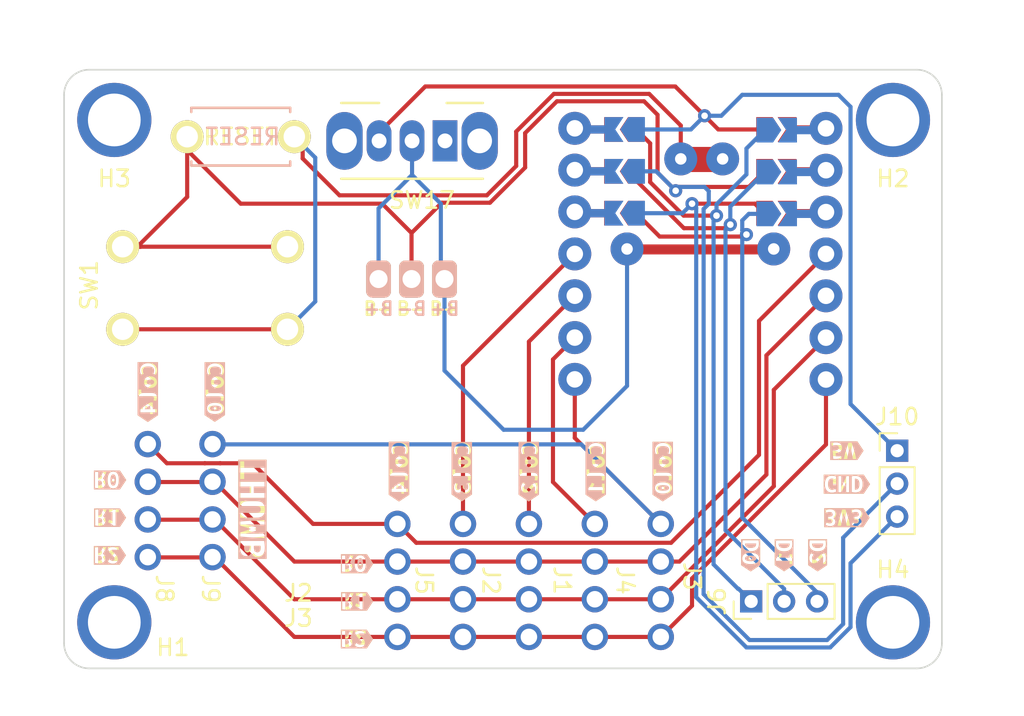
<source format=kicad_pcb>
(kicad_pcb (version 20211014) (generator pcbnew)
  (layers (0 "F.Cu" signal) (31 "B.Cu" signal) (34 "B.Paste" user) (35 "F.Paste" user) (36 "B.SilkS" user "B.Silkscreen") (37 "F.SilkS" user "F.Silkscreen") (38 "B.Mask" user) (39 "F.Mask" user) (44 "Edge.Cuts" user))
  (net 0 "")
  (net 1 "col2")
  (net 2 "row_0")
  (net 3 "row_1")
  (net 4 "row_2")
  (net 5 "col3")
  (net 6 "col0")
  (net 7 "col1")
  (net 8 "col4")
  (net 9 "D0")
  (net 10 "D1")
  (net 11 "D2")
  (net 12 "BAT+")
  (net 13 "GND")
  (net 14 "RST")
  (net 16 "+5V")
  (net 17 "+3V3")
  (footprint "Alaa:4THT" (layer "F.Cu") (at 111.654 66.04 -90)
    (fp_text reference "J5" (at 0 -1.63 -90 unlocked) (layer "F.SilkS"))
    (fp_text value "Conn_01x04_Female")
    (pad "1" thru_hole circle (at -3.432 -0.01 270) (size 1.6 1.6) (drill 1) (layers *.Cu *.Mask) (net 8 "col4"))
    (pad "2" thru_hole circle (at -1.146 -0.01 270) (size 1.6 1.6) (drill 1) (layers *.Cu *.Mask) (net 2 "row_0"))
    (pad "3" thru_hole circle (at 1.14 -0.01 270) (size 1.6 1.6) (drill 1) (layers *.Cu *.Mask) (net 3 "row_1"))
    (pad "4" thru_hole circle (at 3.426 -0.01 270) (size 1.6 1.6) (drill 1) (layers *.Cu *.Mask) (net 4 "row_2"))
  )
  (footprint "kibuzzard-6399CBBA" (layer "F.Cu") (at 123.698 59.436 -90)
    (fp_text reference "kibuzzard-6399CBBA" hide)
    (fp_text value "G***" hide)
  )
  (footprint "kibuzzard-6399CA1D" (layer "F.Cu") (at 109.22 65.024)
    (fp_text reference "kibuzzard-6399CA1D" hide)
    (fp_text value "G***" hide)
  )
  (footprint "kibuzzard-6399CA47" (layer "F.Cu") (at 94.234 62.23)
    (fp_text reference "kibuzzard-6399CA47" hide)
    (fp_text value "G***" hide)
  )
  (footprint "Alaa:4THT" (layer "F.Cu") (at 100.436843 61.197995 -90)
    (fp_text reference "J9" (at 5.350005 0.106843 -90 unlocked) (layer "F.SilkS"))
    (fp_text value "Conn_01x04_Female")
    (pad "1" thru_hole circle (at -3.432 -0.01 270) (size 1.6 1.6) (drill 1) (layers *.Cu *.Mask) (net 6 "col0"))
    (pad "2" thru_hole circle (at -1.146 -0.01 270) (size 1.6 1.6) (drill 1) (layers *.Cu *.Mask) (net 2 "row_0"))
    (pad "3" thru_hole circle (at 1.14 -0.01 270) (size 1.6 1.6) (drill 1) (layers *.Cu *.Mask) (net 3 "row_1"))
    (pad "4" thru_hole circle (at 3.426 -0.01 270) (size 1.6 1.6) (drill 1) (layers *.Cu *.Mask) (net 4 "row_2"))
  )
  (footprint "Alaa:4THT" (layer "F.Cu") (at 115.634 66.04 -90)
    (fp_text reference "J2" (at 0 -1.714 -90 unlocked) (layer "F.SilkS"))
    (fp_text value "Conn_01x04_Female")
    (pad "1" thru_hole circle (at -3.432 -0.01 270) (size 1.6 1.6) (drill 1) (layers *.Cu *.Mask) (net 5 "col3"))
    (pad "2" thru_hole circle (at -1.146 -0.01 270) (size 1.6 1.6) (drill 1) (layers *.Cu *.Mask) (net 2 "row_0"))
    (pad "3" thru_hole circle (at 1.14 -0.01 270) (size 1.6 1.6) (drill 1) (layers *.Cu *.Mask) (net 3 "row_1"))
    (pad "4" thru_hole circle (at 3.426 -0.01 270) (size 1.6 1.6) (drill 1) (layers *.Cu *.Mask) (net 4 "row_2"))
  )
  (footprint "Alaa:MountingHole_M3" (layer "F.Cu") (at 141.732 68.58)
    (fp_text reference "H4" (at 0 -3.2) (layer "F.SilkS"))
    (fp_text value "MountingHole_Pad")
    (pad "1" thru_hole circle (at 0 0) (size 4.5 4.5) (drill 3.2) (layers *.Cu *.Mask))
  )
  (footprint "kibuzzard-6399CBD2" (layer "F.Cu") (at 115.57 59.436 -90)
    (fp_text reference "kibuzzard-6399CBD2" hide)
    (fp_text value "G***" hide)
  )
  (footprint "kibuzzard-6399DE15" (layer "F.Cu") (at 138.938 60.198)
    (fp_text reference "kibuzzard-6399DE15" hide)
    (fp_text value "G***" hide)
  )
  (footprint "kibuzzard-6399CB9D" (layer "F.Cu") (at 127.762 59.436 -90)
    (fp_text reference "kibuzzard-6399CB9D" hide)
    (fp_text value "G***" hide)
  )
  (footprint "kibuzzard-6399CB9D" (layer "F.Cu") (at 100.584 54.61 -90)
    (fp_text reference "kibuzzard-6399CB9D" hide)
    (fp_text value "G***" hide)
  )
  (footprint "Alaa:4THT" (layer "F.Cu") (at 119.634 66.04 -90)
    (fp_text reference "J1" (at 0 -2.032 -90 unlocked) (layer "F.SilkS"))
    (fp_text value "Conn_01x04_Female")
    (pad "1" thru_hole circle (at -3.432 -0.01 270) (size 1.6 1.6) (drill 1) (layers *.Cu *.Mask) (net 1 "col2"))
    (pad "2" thru_hole circle (at -1.146 -0.01 270) (size 1.6 1.6) (drill 1) (layers *.Cu *.Mask) (net 2 "row_0"))
    (pad "3" thru_hole circle (at 1.14 -0.01 270) (size 1.6 1.6) (drill 1) (layers *.Cu *.Mask) (net 3 "row_1"))
    (pad "4" thru_hole circle (at 3.426 -0.01 270) (size 1.6 1.6) (drill 1) (layers *.Cu *.Mask) (net 4 "row_2"))
  )
  (footprint "Alaa:MountingHole_M3" (layer "F.Cu") (at 94.488 38.1)
    (fp_text reference "H3" (at 0 3.556) (layer "F.SilkS"))
    (fp_text value "MountingHole_Pad")
    (pad "1" thru_hole circle (at 0 0) (size 4.5 4.5) (drill 3.2) (layers *.Cu *.Mask))
  )
  (footprint "kibuzzard-6399CBC9" (layer "F.Cu") (at 119.634 59.436 -90)
    (fp_text reference "kibuzzard-6399CBC9" hide)
    (fp_text value "G***" hide)
  )
  (footprint "Alaa:reset_10x10mm" (layer "F.Cu") (at 94.996 47.62 90)
    (fp_text reference "SW1" (at -0.508 -2.032 90 unlocked) (layer "F.SilkS"))
    (fp_text value "SW_Push")
    (pad "1" thru_hole circle (at -3.18 0 90) (size 2 2) (drill 1.3) (layers *.Cu *.Mask "F.SilkS") (net 14 "RST"))
    (pad "1" thru_hole circle (at -3.18 10 90) (size 2 2) (drill 1.3) (layers *.Cu *.Mask "F.SilkS") (net 14 "RST"))
    (pad "2" thru_hole circle (at 1.83 10 90) (size 2 2) (drill 1.3) (layers *.Cu *.Mask "F.SilkS") (net 13 "GND"))
    (pad "2" thru_hole circle (at 1.83 0 90) (size 2 2) (drill 1.3) (layers *.Cu *.Mask "F.SilkS") (net 13 "GND"))
  )
  (footprint "Connector_PinHeader_2.00mm:PinHeader_1x03_P2.00mm_Vertical" (layer "F.Cu") (at 141.986 58.166)
    (fp_text reference "J10" (at 0 -2.06) (layer "F.SilkS"))
    (fp_text value "Conn_01x03_Female")
    (pad "1" thru_hole rect (at 0 0) (size 1.35 1.35) (drill 0.8) (layers *.Cu *.Mask) (net 16 "+5V"))
    (pad "2" thru_hole oval (at 0 2) (size 1.35 1.35) (drill 0.8) (layers *.Cu *.Mask) (net 13 "GND"))
    (pad "3" thru_hole oval (at 0 4) (size 1.35 1.35) (drill 0.8) (layers *.Cu *.Mask) (net 17 "+3V3"))
  )
  (footprint "Alaa:SW_CuK_OS102011MA1QN1_SPDT_Angled" (layer "F.Cu") (at 114.554 39.37 180)
    (fp_text reference "SW17" (at 1.4 -3.6) (layer "F.SilkS"))
    (fp_text value "SW_SPDT")
    (pad "" thru_hole oval (at -2.1 0 180) (size 2.2 3.5) (drill 1.5) (layers *.Cu *.Mask))
    (pad "" thru_hole oval (at 6.1 0 180) (size 2.2 3.5) (drill 1.5) (layers *.Cu *.Mask))
    (pad "1" thru_hole rect (at 0 0 180) (size 1.5 2.5) (drill 0.9) (layers *.Cu *.Mask))
    (pad "2" thru_hole oval (at 2 0 180) (size 1.5 2.5) (drill 0.9) (layers *.Cu *.Mask) (net 12 "BAT+"))
    (pad "3" thru_hole oval (at 4 0 180) (size 1.5 2.5) (drill 0.9) (layers *.Cu *.Mask) (net 16 "+5V"))
  )
  (footprint "Alaa:4THT" (layer "F.Cu") (at 127.634 66.04 -90)
    (fp_text reference "J3" (at -0.254 -1.906 -90 unlocked) (layer "F.SilkS"))
    (fp_text value "Conn_01x04_Female")
    (pad "1" thru_hole circle (at -3.432 -0.01 270) (size 1.6 1.6) (drill 1) (layers *.Cu *.Mask) (net 6 "col0"))
    (pad "2" thru_hole circle (at -1.146 -0.01 270) (size 1.6 1.6) (drill 1) (layers *.Cu *.Mask) (net 2 "row_0"))
    (pad "3" thru_hole circle (at 1.14 -0.01 270) (size 1.6 1.6) (drill 1) (layers *.Cu *.Mask) (net 3 "row_1"))
    (pad "4" thru_hole circle (at 3.426 -0.01 270) (size 1.6 1.6) (drill 1) (layers *.Cu *.Mask) (net 4 "row_2"))
  )
  (footprint "Connector_PinHeader_2.00mm:PinHeader_1x03_P2.00mm_Vertical" (layer "F.Cu") (at 133.128 67.31 90)
    (fp_text reference "J6" (at 0 -2.06 90) (layer "F.SilkS"))
    (fp_text value "Conn_01x03_Female")
    (pad "1" thru_hole rect (at 0 0 90) (size 1.35 1.35) (drill 0.8) (layers *.Cu *.Mask) (net 9 "D0"))
    (pad "2" thru_hole oval (at 0 2 90) (size 1.35 1.35) (drill 0.8) (layers *.Cu *.Mask) (net 10 "D1"))
    (pad "3" thru_hole oval (at 0 4 90) (size 1.35 1.35) (drill 0.8) (layers *.Cu *.Mask) (net 11 "D2"))
  )
  (footprint "kibuzzard-6399CBDB" (layer "F.Cu") (at 111.76 59.436 -90)
    (fp_text reference "kibuzzard-6399CBDB" hide)
    (fp_text value "G***" hide)
  )
  (footprint "kibuzzard-6399CA4F" (layer "F.Cu") (at 94.224359 64.516)
    (fp_text reference "kibuzzard-6399CA4F" hide)
    (fp_text value "G***" hide)
  )
  (footprint "kibuzzard-6399CA4F" (layer "F.Cu") (at 109.210359 69.596)
    (fp_text reference "kibuzzard-6399CA4F" hide)
    (fp_text value "G***" hide)
  )
  (footprint "kibuzzard-6399DE28" (layer "F.Cu") (at 138.938 58.166)
    (fp_text reference "kibuzzard-6399DE28" hide)
    (fp_text value "G***" hide)
  )
  (footprint "Alaa:4THT" (layer "F.Cu") (at 123.634 66.04 -90)
    (fp_text reference "J4" (at 0 -1.842 -90 unlocked) (layer "F.SilkS"))
    (fp_text value "Conn_01x04_Female")
    (pad "1" thru_hole circle (at -3.432 -0.01 270) (size 1.6 1.6) (drill 1) (layers *.Cu *.Mask) (net 7 "col1"))
    (pad "2" thru_hole circle (at -1.146 -0.01 270) (size 1.6 1.6) (drill 1) (layers *.Cu *.Mask) (net 2 "row_0"))
    (pad "3" thru_hole circle (at 1.14 -0.01 270) (size 1.6 1.6) (drill 1) (layers *.Cu *.Mask) (net 3 "row_1"))
    (pad "4" thru_hole circle (at 3.426 -0.01 270) (size 1.6 1.6) (drill 1) (layers *.Cu *.Mask) (net 4 "row_2"))
  )
  (footprint "kibuzzard-6399DE00" (layer "F.Cu") (at 138.938 62.23)
    (fp_text reference "kibuzzard-6399DE00" hide)
    (fp_text value "G***" hide)
  )
  (footprint "kibuzzard-6399C9C8" (layer "F.Cu") (at 135.128 64.516 -90)
    (fp_text reference "kibuzzard-6399C9C8" hide)
    (fp_text value "G***" hide)
  )
  (footprint "Alaa:ResetSW" (layer "F.Cu") (at 102.16 39.116)
    (fp_text reference "SW16" hide)
    (fp_text value "SW_Push")
    (fp_text user "RESET" (at 0.127 0) (layer "B.SilkS") (effects (justify mirror)))
    (fp_text user "RESET" (at 0 0) (layer "F.SilkS"))
    (pad "1" thru_hole circle (at 3.25 0) (size 2 2) (drill 1.3) (layers *.Cu *.Mask "F.SilkS") (net 14 "RST"))
    (pad "2" thru_hole circle (at -3.25 0) (size 2 2) (drill 1.3) (layers *.Cu *.Mask "F.SilkS") (net 13 "GND"))
  )
  (footprint "kibuzzard-6399CBDB" (layer "F.Cu") (at 96.52 54.61 -90)
    (fp_text reference "kibuzzard-6399CBDB" hide)
    (fp_text value "G***" hide)
  )
  (footprint "kibuzzard-6399CA47" (layer "F.Cu") (at 109.22 67.31)
    (fp_text reference "kibuzzard-6399CA47" hide)
    (fp_text value "G***" hide)
  )
  (footprint "Alaa:3JST_BAT" (layer "F.Cu") (at 112.522 47.752)
    (fp_text reference "J7" hide)
    (fp_text value "Conn_01x08_Female" hide)
    (fp_text user "B-" (at 0 1.8 180) (layer "B.SilkS") (effects (font (size 0.8 0.8)) (justify mirror)))
    (fp_text user "B+" (at -2 1.8 180) (layer "B.SilkS") (effects (font (size 0.8 0.8)) (justify mirror)))
    (fp_text user "B+" (at 2 1.8 180) (layer "B.SilkS") (effects (font (size 0.8 0.8)) (justify mirror)))
    (fp_text user "B-" (at 0 1.8 180) (layer "F.SilkS") (effects (font (size 0.8 0.8))))
    (fp_text user "B+" (at -2 1.8 180) (layer "F.SilkS") (effects (font (size 0.8 0.8))))
    (fp_text user "B+" (at 2 1.8 180) (layer "F.SilkS") (effects (font (size 0.8 0.8))))
    (pad "1" thru_hole roundrect (at 2 0) (size 1.5 2.25) (drill 1.0922) (layers *.Cu *.SilkS *.Mask) (net 12 "BAT+"))
    (pad "2" thru_hole roundrect (at 0 0) (size 1.5 2.25) (drill 1.0922) (layers *.Cu *.SilkS *.Mask) (net 13 "GND"))
    (pad "3" thru_hole roundrect (at -2 0) (size 1.5 2.25) (drill 1.0922) (layers *.Cu *.SilkS *.Mask) (net 12 "BAT+"))
  )
  (footprint "Alaa:4THT" (layer "F.Cu") (at 96.51 61.197995 -90)
    (fp_text reference "J8" (at 5.350005 -1.026 -90 unlocked) (layer "F.SilkS"))
    (fp_text value "Conn_01x04_Female")
    (pad "1" thru_hole circle (at -3.432 -0.01 270) (size 1.6 1.6) (drill 1) (layers *.Cu *.Mask) (net 8 "col4"))
    (pad "2" thru_hole circle (at -1.146 -0.01 270) (size 1.6 1.6) (drill 1) (layers *.Cu *.Mask) (net 2 "row_0"))
    (pad "3" thru_hole circle (at 1.14 -0.01 270) (size 1.6 1.6) (drill 1) (layers *.Cu *.Mask) (net 3 "row_1"))
    (pad "4" thru_hole circle (at 3.426 -0.01 270) (size 1.6 1.6) (drill 1) (layers *.Cu *.Mask) (net 4 "row_2"))
  )
  (footprint "Alaa:MountingHole_M3" (layer "F.Cu") (at 94.488 68.58)
    (fp_text reference "H1" (at 3.556 1.524) (layer "F.SilkS"))
    (fp_text value "MountingHole_Pad")
    (pad "1" thru_hole circle (at 0 0) (size 4.5 4.5) (drill 3.2) (layers *.Cu *.Mask))
  )
  (footprint "kibuzzard-6399C9D6" (layer "F.Cu") (at 137.16 64.516 -90)
    (fp_text reference "kibuzzard-6399C9D6" hide)
    (fp_text value "G***" hide)
  )
  (footprint "kibuzzard-6399CA1D" (layer "F.Cu") (at 94.234 59.944)
    (fp_text reference "kibuzzard-6399CA1D" hide)
    (fp_text value "G***" hide)
  )
  (footprint "Alaa:SeeeduinoXIAO-2.54-21X17.8MM" (layer "F.Cu") (at 130.048 46.228)
    (fp_text reference "U1" hide)
    (fp_text value "SeeeduinoXIAO_BLE" hide)
    (pad "" smd custom (at -5.315 -2.47109 180) (size 0.3 0.3) (layers "B.Cu" "B.Mask") (options (clearance outline) (anchor rect)) (primitives (gr_poly (pts (xy 0.5 0.75) (xy -0.65 0.75) (xy -0.15 0) (xy -0.65 -0.75) (xy 0.5 -0.75)) (width 0) (fill yes))))
    (pad "" smd custom (at 5.36 -7.51109 180) (size 0.3 0.3) (layers "B.Cu" "B.Mask") (options (clearance outline) (anchor rect)) (primitives (gr_poly (pts (xy 0.15 0) (xy 0.65 0.75) (xy -0.5 0.75) (xy -0.5 -0.75) (xy 0.65 -0.75)) (width 0) (fill yes))))
    (pad "" smd rect (at 6.31 -2.43109 270) (size 0.5 1.524) (layers "B.Cu"))
    (pad "" smd rect (at 6.31 -4.97109 270) (size 0.5 1.524) (layers "B.Cu"))
    (pad "" smd rect (at 6.285 -2.47109 270) (size 0.5 1.524) (layers "F.Cu"))
    (pad "" smd rect (at 6.285 -7.55109 270) (size 0.5 1.524) (layers "F.Cu"))
    (pad "" smd custom (at 5.36 -4.97109 180) (size 0.3 0.3) (layers "B.Cu" "B.Mask") (options (clearance outline) (anchor rect)) (primitives (gr_poly (pts (xy 0.15 0) (xy 0.65 0.75) (xy -0.5 0.75) (xy -0.5 -0.75) (xy 0.65 -0.75)) (width 0) (fill yes))))
    (pad "" smd custom (at 5.335 -5.01109 180) (size 0.3 0.3) (layers "F.Cu" "F.Mask") (options (clearance outline) (anchor rect)) (primitives (gr_poly (pts (xy 0.15 0) (xy 0.65 0.75) (xy -0.5 0.75) (xy -0.5 -0.75) (xy 0.65 -0.75)) (width 0) (fill yes))))
    (pad "" smd custom (at 5.335 -7.55109 180) (size 0.3 0.3) (layers "F.Cu" "F.Mask") (options (clearance outline) (anchor rect)) (primitives (gr_poly (pts (xy 0.15 0) (xy 0.65 0.75) (xy -0.5 0.75) (xy -0.5 -0.75) (xy 0.65 -0.75)) (width 0) (fill yes))))
    (pad "" smd custom (at 5.335 -2.47109 180) (size 0.3 0.3) (layers "F.Cu" "F.Mask") (options (clearance outline) (anchor rect)) (primitives (gr_poly (pts (xy 0.15 0) (xy 0.65 0.75) (xy -0.5 0.75) (xy -0.5 -0.75) (xy 0.65 -0.75)) (width 0) (fill yes))))
    (pad "" smd rect (at -6.24 -7.55109 270) (size 0.5 1.524) (layers "B.Cu"))
    (pad "" thru_hole circle (at 7.62 -2.53891) (size 2 2) (drill 1) (layers *.Cu *.Mask))
    (pad "" smd rect (at -6.265 -5.01109 270) (size 0.5 1.524) (layers "F.Cu"))
    (pad "" smd custom (at -5.315 -7.55109 180) (size 0.3 0.3) (layers "B.Cu" "B.Mask") (options (clearance outline) (anchor rect)) (primitives (gr_poly (pts (xy 0.5 0.75) (xy -0.65 0.75) (xy -0.15 0) (xy -0.65 -0.75) (xy 0.5 -0.75)) (width 0) (fill yes))))
    (pad "" thru_hole circle (at -7.62 -2.549623) (size 2 2) (drill 1) (layers *.Cu *.Mask))
    (pad "" smd rect (at -6.265 -7.55109 270) (size 0.5 1.524) (layers "F.Cu"))
    (pad "" smd custom (at -5.315 -5.01109 180) (size 0.3 0.3) (layers "B.Cu" "B.Mask") (options (clearance outline) (anchor rect)) (primitives (gr_poly (pts (xy 0.5 0.75) (xy -0.65 0.75) (xy -0.15 0) (xy -0.65 -0.75) (xy 0.5 -0.75)) (width 0) (fill yes))))
    (pad "" smd rect (at -6.24 -5.01109 270) (size 0.5 1.524) (layers "B.Cu"))
    (pad "" smd rect (at -6.265 -2.47109 270) (size 0.5 1.524) (layers "F.Cu"))
    (pad "" thru_hole circle (at 7.62 -5.07891) (size 2 2) (drill 1) (layers *.Cu *.Mask))
    (pad "" smd custom (at -5.34 -7.55109 180) (size 0.3 0.3) (layers "F.Cu" "F.Mask") (options (clearance outline) (anchor rect)) (primitives (gr_poly (pts (xy 0.5 0.75) (xy -0.65 0.75) (xy -0.15 0) (xy -0.65 -0.75) (xy 0.5 -0.75)) (width 0) (fill yes))))
    (pad "" thru_hole circle (at -7.62 -7.62109) (size 2 2) (drill 1) (layers *.Cu *.Mask))
    (pad "" smd custom (at 5.36 -2.43109 180) (size 0.3 0.3) (layers "B.Cu" "B.Mask") (options (clearance outline) (anchor rect)) (primitives (gr_poly (pts (xy 0.15 0) (xy 0.65 0.75) (xy -0.5 0.75) (xy -0.5 -0.75) (xy 0.65 -0.75)) (width 0) (fill yes))))
    (pad "" thru_hole circle (at 7.62 -7.61891) (size 2 2) (drill 1) (layers *.Cu *.Mask))
    (pad "" smd custom (at -5.34 -2.47109 180) (size 0.3 0.3) (layers "F.Cu" "F.Mask") (options (clearance outline) (anchor rect)) (primitives (gr_poly (pts (xy 0.5 0.75) (xy -0.65 0.75) (xy -0.15 0) (xy -0.65 -0.75) (xy 0.5 -0.75)) (width 0) (fill yes))))
    (pad "" smd rect (at 6.31 -7.51109 270) (size 0.5 1.524) (layers "B.Cu"))
    (pad "" smd rect (at 6.285 -5.01109 270) (size 0.5 1.524) (layers "F.Cu"))
    (pad "" smd custom (at -5.34 -5.01109 180) (size 0.3 0.3) (layers "F.Cu" "F.Mask") (options (clearance outline) (anchor rect)) (primitives (gr_poly (pts (xy 0.5 0.75) (xy -0.65 0.75) (xy -0.15 0) (xy -0.65 -0.75) (xy 0.5 -0.75)) (width 0) (fill yes))))
    (pad "" smd rect (at -6.24 -2.47109 270) (size 0.5 1.524) (layers "B.Cu"))
    (pad "" thru_hole circle (at -7.62 -5.085636) (size 2 2) (drill 1) (layers *.Cu *.Mask))
    (pad "1" smd custom (at -3.89 -7.55109 180) (size 0.3 0.3) (layers "F.Cu" "F.Mask") (net 9 "D0") (options (clearance outline) (anchor rect)) (primitives (gr_poly (pts (xy 1 0) (xy 0.5 0.75) (xy -0.5 0.75) (xy -0.5 -0.75) (xy 0.5 -0.75)) (width 0) (fill yes))))
    (pad "1" smd custom (at 3.91 -7.51109 180) (size 0.3 0.3) (layers "B.Cu" "B.Mask") (net 9 "D0") (options (clearance outline) (anchor rect)) (primitives (gr_poly (pts (xy 0.5 0.75) (xy -0.5 0.75) (xy -1 0) (xy -0.5 -0.75) (xy 0.5 -0.75)) (width 0) (fill yes))))
    (pad "2" smd custom (at 3.91 -4.97109 180) (size 0.3 0.3) (layers "B.Cu" "B.Mask") (net 10 "D1") (options (clearance outline) (anchor rect)) (primitives (gr_poly (pts (xy 0.5 0.75) (xy -0.5 0.75) (xy -1 0) (xy -0.5 -0.75) (xy 0.5 -0.75)) (width 0) (fill yes))))
    (pad "2" smd custom (at -3.89 -5.01109 180) (size 0.3 0.3) (layers "F.Cu" "F.Mask") (net 10 "D1") (options (clearance outline) (anchor rect)) (primitives (gr_poly (pts (xy 1 0) (xy 0.5 0.75) (xy -0.5 0.75) (xy -0.5 -0.75) (xy 0.5 -0.75)) (width 0) (fill yes))))
    (pad "3" smd custom (at 3.91 -2.43109 180) (size 0.3 0.3) (layers "B.Cu" "B.Mask") (net 11 "D2") (options (clearance outline) (anchor rect)) (primitives (gr_poly (pts (xy 0.5 0.75) (xy -0.5 0.75) (xy -1 0) (xy -0.5 -0.75) (xy 0.5 -0.75)) (width 0) (fill yes))))
    (pad "3" smd custom (at -3.89 -2.47109 180) (size 0.3 0.3) (layers "F.Cu" "F.Mask") (net 11 "D2") (options (clearance outline) (anchor rect)) (primitives (gr_poly (pts (xy 1 0) (xy 0.5 0.75) (xy -0.5 0.75) (xy -0.5 -0.75) (xy 0.5 -0.75)) (width 0) (fill yes))))
    (pad "4" thru_hole circle (at -7.62 -0.00109) (size 2 2) (drill 1) (layers *.Cu *.Mask) (net 5 "col3"))
    (pad "5" thru_hole circle (at -7.62 2.537032) (size 2 2) (drill 1) (layers *.Cu *.Mask) (net 1 "col2"))
    (pad "6" thru_hole circle (at -7.62 5.076474) (size 2 2) (drill 1) (layers *.Cu *.Mask) (net 7 "col1"))
    (pad "7" thru_hole circle (at -7.62 7.611229) (size 2 2) (drill 1) (layers *.Cu *.Mask) (net 6 "col0"))
    (pad "8" thru_hole circle (at 7.62 7.62109) (size 2 2) (drill 1) (layers *.Cu *.Mask) (net 4 "row_2"))
    (pad "9" thru_hole circle (at 7.62 5.08109) (size 2 2) (drill 1) (layers *.Cu *.Mask) (net 3 "row_1"))
    (pad "10" thru_hole circle (at 7.62 2.54109) (size 2 2) (drill 1) (layers *.Cu *.Mask) (net 2 "row_0"))
    (pad "11" thru_hole circle (at 7.62 0.00109) (size 2 2) (drill 1) (layers *.Cu *.Mask) (net 8 "col4"))
    (pad "12" smd custom (at 3.885 -2.47109 180) (size 0.3 0.3) (layers "F.Cu" "F.Mask") (net 17 "+3V3") (options (clearance outline) (anchor rect)) (primitives (gr_poly (pts (xy 0.5 0.75) (xy -0.5 0.75) (xy -1 0) (xy -0.5 -0.75) (xy 0.5 -0.75)) (width 0) (fill yes))))
    (pad "12" smd custom (at -3.865 -2.47109 180) (size 0.3 0.3) (layers "B.Cu" "B.Mask") (net 17 "+3V3") (options (clearance outline) (anchor rect)) (primitives (gr_poly (pts (xy 1 0) (xy 0.5 0.75) (xy -0.5 0.75) (xy -0.5 -0.75) (xy 0.5 -0.75)) (width 0) (fill yes))))
    (pad "13" smd custom (at 3.885 -5.01109 180) (size 0.3 0.3) (layers "F.Cu" "F.Mask") (net 13 "GND") (options (clearance outline) (anchor rect)) (primitives (gr_poly (pts (xy 0.5 0.75) (xy -0.5 0.75) (xy -1 0) (xy -0.5 -0.75) (xy 0.5 -0.75)) (width 0) (fill yes))))
    (pad "13" smd custom (at -3.865 -5.01109 180) (size 0.3 0.3) (layers "B.Cu" "B.Mask") (net 13 "GND") (options (clearance outline) (anchor rect)) (primitives (gr_poly (pts (xy 1 0) (xy 0.5 0.75) (xy -0.5 0.75) (xy -0.5 -0.75) (xy 0.5 -0.75)) (width 0) (fill yes))))
    (pad "14" smd custom (at -3.865 -7.55109 180) (size 0.3 0.3) (layers "B.Cu" "B.Mask") (net 16 "+5V") (options (clearance outline) (anchor rect)) (primitives (gr_poly (pts (xy 1 0) (xy 0.5 0.75) (xy -0.5 0.75) (xy -0.5 -0.75) (xy 0.5 -0.75)) (width 0) (fill yes))))
    (pad "14" smd custom (at 3.885 -7.55109 180) (size 0.3 0.3) (layers "F.Cu" "F.Mask") (net 16 "+5V") (options (clearance outline) (anchor rect)) (primitives (gr_poly (pts (xy 0.5 0.75) (xy -0.5 0.75) (xy -1 0) (xy -0.5 -0.75) (xy 0.5 -0.75)) (width 0) (fill yes))))
    (pad "15" thru_hole circle (at -1.191197 -5.765277 90) (size 2 2) (drill 0.7) (layers *.Cu *.Mask) (net 14 "RST"))
    (pad "15" smd rect (at 0.05 -5.73) (size 1.524 1.524) (layers "F.Cu") (net 14 "RST"))
    (pad "15" thru_hole circle (at 1.348803 -5.765277 90) (size 2 2) (drill 0.7) (layers *.Cu *.Mask) (net 14 "RST"))
    (pad "16" thru_hole circle (at 4.45 -0.30109) (size 2 2) (drill 0.7) (layers *.Cu *.Mask) (net 12 "BAT+"))
    (pad "16" smd rect (at 0.1005 -0.273) (size 7.961 0.606) (layers "F.Cu") (net 12 "BAT+"))
    (pad "16" thru_hole circle (at -4.45 -0.30109) (size 2 2) (drill 0.7) (layers *.Cu *.Mask) (net 12 "BAT+"))
  )
  (footprint "Alaa:MountingHole_M3" (layer "F.Cu") (at 141.732 38.1)
    (fp_text reference "H2" (at 0 3.556) (layer "F.SilkS"))
    (fp_text value "MountingHole_Pad")
    (pad "1" thru_hole circle (at 0 0) (size 4.5 4.5) (drill 3.2) (layers *.Cu *.Mask))
  )
  (footprint "kibuzzard-6399C9B4" (layer "F.Cu") (at 133.096 64.516 -90)
    (fp_text reference "kibuzzard-6399C9B4" hide)
    (fp_text value "G***" hide)
  )
  (footprint "kibuzzard-6399CC4D" (layer "F.Cu") (at 102.87 61.722 -90)
    (fp_text reference "kibuzzard-6399CC4D" hide)
    (fp_text value "G***" hide)
  )
  (footprint "kibuzzard-6399CBDB" (layer "B.Cu") (at 111.76 59.436 -90)
    (fp_text reference "kibuzzard-6399CBDB" hide)
    (fp_text value "G***" hide)
  )
  (footprint "kibuzzard-6399C9D6" (layer "B.Cu") (at 137.16 64.516 -90)
    (fp_text reference "kibuzzard-6399C9D6" hide)
    (fp_text value "G***" hide)
  )
  (footprint "kibuzzard-6399C9C8" (layer "B.Cu") (at 135.128 64.516 -90)
    (fp_text reference "kibuzzard-6399C9C8" hide)
    (fp_text value "G***" hide)
  )
  (footprint "kibuzzard-6399CBBA" (layer "B.Cu") (at 123.698 59.436 -90)
    (fp_text reference "kibuzzard-6399CBBA" hide)
    (fp_text value "G***" hide)
  )
  (footprint "kibuzzard-6399DE15" (layer "B.Cu") (at 138.938 60.198)
    (fp_text reference "kibuzzard-6399DE15" hide)
    (fp_text value "G***" hide)
  )
  (footprint "kibuzzard-6399DE28" (layer "B.Cu") (at 138.938 58.166)
    (fp_text reference "kibuzzard-6399DE28" hide)
    (fp_text value "G***" hide)
  )
  (footprint "kibuzzard-6399CA1D" (layer "B.Cu") (at 109.22 65.024)
    (fp_text reference "kibuzzard-6399CA1D" hide)
    (fp_text value "G***" hide)
  )
  (footprint "kibuzzard-6399CBD2" (layer "B.Cu") (at 115.57 59.436 -90)
    (fp_text reference "kibuzzard-6399CBD2" hide)
    (fp_text value "G***" hide)
  )
  (footprint "kibuzzard-6399CA1D" (layer "B.Cu") (at 94.234 59.944)
    (fp_text reference "kibuzzard-6399CA1D" hide)
    (fp_text value "G***" hide)
  )
  (footprint "kibuzzard-6399CA47" (layer "B.Cu") (at 94.234 62.23)
    (fp_text reference "kibuzzard-6399CA47" hide)
    (fp_text value "G***" hide)
  )
  (footprint "kibuzzard-6399CB9D" (layer "B.Cu") (at 127.762 59.436 -90)
    (fp_text reference "kibuzzard-6399CB9D" hide)
    (fp_text value "G***" hide)
  )
  (footprint "kibuzzard-6399DE00" (layer "B.Cu") (at 138.938 62.23)
    (fp_text reference "kibuzzard-6399DE00" hide)
    (fp_text value "G***" hide)
  )
  (footprint "kibuzzard-6399CA47" (layer "B.Cu") (at 109.22 67.31)
    (fp_text reference "kibuzzard-6399CA47" hide)
    (fp_text value "G***" hide)
  )
  (footprint "kibuzzard-6399CA4F" (layer "B.Cu") (at 109.210359 69.596)
    (fp_text reference "kibuzzard-6399CA4F" hide)
    (fp_text value "G***" hide)
  )
  (footprint "kibuzzard-6399CBC9" (layer "B.Cu") (at 119.634 59.436 -90)
    (fp_text reference "kibuzzard-6399CBC9" hide)
    (fp_text value "G***" hide)
  )
  (footprint "kibuzzard-6399CA4F" (layer "B.Cu") (at 94.224359 64.516)
    (fp_text reference "kibuzzard-6399CA4F" hide)
    (fp_text value "G***" hide)
  )
  (footprint "kibuzzard-6399C9B4" (layer "B.Cu") (at 133.096 64.516 -90)
    (fp_text reference "kibuzzard-6399C9B4" hide)
    (fp_text value "G***" hide)
  )
  (footprint "kibuzzard-6399CBDB" (layer "B.Cu") (at 96.52 54.61 -90)
    (fp_text reference "kibuzzard-6399CBDB" hide)
    (fp_text value "G***" hide)
  )
  (footprint "kibuzzard-6399CB9D" (layer "B.Cu") (at 100.584 54.61 -90)
    (fp_text reference "kibuzzard-6399CB9D" hide)
    (fp_text value "G***" hide)
  )
  (footprint "kibuzzard-6399CC4D" (layer "B.Cu") (at 102.87 61.722 -90)
    (fp_text reference "kibuzzard-6399CC4D" hide)
    (fp_text value "G***" hide)
  )
  (gr_arc (start 91.44 36.576) (mid 91.886369 35.498369) (end 92.964 35.052) (layer "Edge.Cuts") (width 0.1))
  (gr_line (start 143.176 71.374) (end 92.964 71.374) (layer "Edge.Cuts") (width 0.1))
  (gr_line (start 144.7 36.576) (end 144.7 69.85) (layer "Edge.Cuts") (width 0.1))
  (gr_arc (start 92.964 71.374) (mid 91.886369 70.927631) (end 91.44 69.85) (layer "Edge.Cuts") (width 0.1))
  (gr_arc (start 144.7 69.85) (mid 144.253631 70.927631) (end 143.176 71.374) (layer "Edge.Cuts") (width 0.1))
  (gr_line (start 92.964 35.052) (end 143.176 35.052) (layer "Edge.Cuts") (width 0.1))
  (gr_line (start 91.44 69.85) (end 91.44 36.576) (layer "Edge.Cuts") (width 0.1))
  (gr_arc (start 143.176 35.052) (mid 144.253631 35.498369) (end 144.7 36.576) (layer "Edge.Cuts") (width 0.1))
  (gr_text "J2" (at 105.664 66.802) (layer "F.SilkS") (effects (font (size 1 1))))
  (gr_text "J3" (at 105.664 68.326) (layer "F.SilkS") (effects (font (size 1 1))))
  (segment (start 122.428 48.765032) (end 119.644 51.549032) (width 0.25) (layer "F.Cu") (net 1))
  (segment (start 119.644 51.549032) (end 119.644 62.608) (width 0.25) (layer "F.Cu") (net 1))
  (segment (start 127.644 64.894) (end 111.664 64.894) (width 0.25) (layer "F.Cu") (net 2))
  (segment (start 137.668 48.76909) (end 134.05352 52.38357) (width 0.25) (layer "F.Cu") (net 2))
  (segment (start 111.664 64.894) (end 105.414 64.894) (width 0.25) (layer "F.Cu") (net 2))
  (segment (start 100.588 60.068) (end 96.53 60.068) (width 0.25) (layer "F.Cu") (net 2))
  (segment (start 134.05352 52.38357) (end 134.05352 59.61585) (width 0.25) (layer "F.Cu") (net 2))
  (segment (start 105.414 64.894) (end 100.588 60.068) (width 0.25) (layer "F.Cu") (net 2))
  (segment (start 134.05352 59.61585) (end 128.77537 64.894) (width 0.25) (layer "F.Cu") (net 2))
  (segment (start 128.77537 64.894) (end 127.644 64.894) (width 0.25) (layer "F.Cu") (net 2))
  (segment (start 100.588 62.354) (end 96.53 62.354) (width 0.25) (layer "F.Cu") (net 3))
  (segment (start 134.50304 54.47405) (end 134.50304 60.32096) (width 0.25) (layer "F.Cu") (net 3))
  (segment (start 137.668 51.30909) (end 134.50304 54.47405) (width 0.25) (layer "F.Cu") (net 3))
  (segment (start 134.50304 60.32096) (end 127.644 67.18) (width 0.25) (layer "F.Cu") (net 3))
  (segment (start 105.414 67.18) (end 100.588 62.354) (width 0.25) (layer "F.Cu") (net 3))
  (segment (start 127.644 67.18) (end 111.664 67.18) (width 0.25) (layer "F.Cu") (net 3))
  (segment (start 111.664 67.18) (end 105.414 67.18) (width 0.25) (layer "F.Cu") (net 3))
  (segment (start 96.53 64.76) (end 96.65 64.64) (width 0.25) (layer "F.Cu") (net 4))
  (segment (start 96.53 64.64) (end 96.53 64.76) (width 0.25) (layer "F.Cu") (net 4))
  (segment (start 129.54 67.57) (end 127.644 69.466) (width 0.25) (layer "F.Cu") (net 4))
  (segment (start 105.414 69.466) (end 111.664 69.466) (width 0.25) (layer "F.Cu") (net 4))
  (segment (start 111.664 69.466) (end 127.644 69.466) (width 0.25) (layer "F.Cu") (net 4))
  (segment (start 137.668 57.791718) (end 129.54 65.919718) (width 0.25) (layer "F.Cu") (net 4))
  (segment (start 100.588 64.64) (end 105.414 69.466) (width 0.25) (layer "F.Cu") (net 4))
  (segment (start 137.668 53.84909) (end 137.668 57.791718) (width 0.25) (layer "F.Cu") (net 4))
  (segment (start 96.65 64.64) (end 100.588 64.64) (width 0.25) (layer "F.Cu") (net 4))
  (segment (start 129.54 65.919718) (end 129.54 67.57) (width 0.25) (layer "F.Cu") (net 4))
  (segment (start 122.428 46.22691) (end 115.644 53.01091) (width 0.25) (layer "F.Cu") (net 5))
  (segment (start 115.644 53.01091) (end 115.644 62.608) (width 0.25) (layer "F.Cu") (net 5))
  (segment (start 122.428 53.839229) (end 122.428 57.392) (width 0.25) (layer "F.Cu") (net 6))
  (segment (start 122.428 57.392) (end 127.644 62.608) (width 0.25) (layer "F.Cu") (net 6))
  (segment (start 100.588 57.782) (end 122.818 57.782) (width 0.25) (layer "B.Cu") (net 6))
  (segment (start 122.818 57.782) (end 127.644 62.608) (width 0.25) (layer "B.Cu") (net 6))
  (segment (start 122.428 51.304474) (end 121.103489 52.628985) (width 0.25) (layer "F.Cu") (net 7))
  (segment (start 121.103489 60.067489) (end 123.644 62.608) (width 0.25) (layer "F.Cu") (net 7))
  (segment (start 121.103489 52.628985) (end 121.103489 60.067489) (width 0.25) (layer "F.Cu") (net 7))
  (segment (start 96.53 57.782) (end 97.676 58.928) (width 0.25) (layer "F.Cu") (net 8))
  (segment (start 137.668 46.22909) (end 133.604 50.29309) (width 0.25) (layer "F.Cu") (net 8))
  (segment (start 97.676 58.928) (end 99.980538 58.928) (width 0.25) (layer "F.Cu") (net 8))
  (segment (start 112.81 63.754) (end 111.664 62.608) (width 0.25) (layer "F.Cu") (net 8))
  (segment (start 100.912632 58.927484) (end 100.913148 58.928) (width 0.25) (layer "F.Cu") (net 8))
  (segment (start 100.913148 58.928) (end 102.87 58.928) (width 0.25) (layer "F.Cu") (net 8))
  (segment (start 128.27 63.754) (end 112.81 63.754) (width 0.25) (layer "F.Cu") (net 8))
  (segment (start 99.980538 58.928) (end 99.981054 58.927484) (width 0.25) (layer "F.Cu") (net 8))
  (segment (start 133.604 50.29309) (end 133.604 58.42) (width 0.25) (layer "F.Cu") (net 8))
  (segment (start 99.981054 58.927484) (end 100.912632 58.927484) (width 0.25) (layer "F.Cu") (net 8))
  (segment (start 106.55 62.608) (end 111.664 62.608) (width 0.25) (layer "F.Cu") (net 8))
  (segment (start 102.87 58.928) (end 106.55 62.608) (width 0.25) (layer "F.Cu") (net 8))
  (segment (start 133.604 58.42) (end 128.27 63.754) (width 0.25) (layer "F.Cu") (net 8))
  (segment (start 131.025992 43.9045) (end 129.03231 43.9045) (width 0.25) (layer "F.Cu") (net 9))
  (segment (start 129.03231 43.9045) (end 127 41.87219) (width 0.25) (layer "F.Cu") (net 9))
  (segment (start 127 39.51891) (end 126.158 38.67691) (width 0.25) (layer "F.Cu") (net 9))
  (segment (start 127 41.87219) (end 127 39.51891) (width 0.25) (layer "F.Cu") (net 9))
  (via (at 131.025992 43.9045) (size 0.8) (drill 0.4) (layers "F.Cu" "B.Cu") (net 9))
  (segment (start 132.842 41.402) (end 132.842 39.83291) (width 0.25) (layer "B.Cu") (net 9))
  (segment (start 131.025992 43.218008) (end 132.842 41.402) (width 0.25) (layer "B.Cu") (net 9))
  (segment (start 131.025992 43.9045) (end 131.025992 43.218008) (width 0.25) (layer "B.Cu") (net 9))
  (segment (start 132.366 66.548) (end 133.128 67.31) (width 0.25) (layer "B.Cu") (net 9))
  (segment (start 131.025992 43.9045) (end 130.847489 44.083003) (width 0.25) (layer "B.Cu") (net 9))
  (segment (start 130.847489 44.083003) (end 130.847489 65.061489) (width 0.25) (layer "B.Cu") (net 9))
  (segment (start 132.334 66.548) (end 132.366 66.548) (width 0.25) (layer "B.Cu") (net 9))
  (segment (start 130.847489 65.061489) (end 132.334 66.548) (width 0.25) (layer "B.Cu") (net 9))
  (segment (start 132.842 39.83291) (end 133.958 38.71691) (width 0.25) (layer "B.Cu") (net 9))
  (segment (start 131.8635 44.450011) (end 131.647 44.666511) (width 0.25) (layer "F.Cu") (net 10))
  (segment (start 126.158 41.777455) (end 126.158 41.21691) (width 0.25) (layer "F.Cu") (net 10))
  (segment (start 131.647 44.666511) (end 129.047056 44.666511) (width 0.25) (layer "F.Cu") (net 10))
  (segment (start 129.047056 44.666511) (end 126.158 41.777455) (width 0.25) (layer "F.Cu") (net 10))
  (via (at 131.8635 44.450011) (size 0.8) (drill 0.4) (layers "F.Cu" "B.Cu") (net 10))
  (segment (start 131.8635 43.35141) (end 133.958 41.25691) (width 0.25) (layer "B.Cu") (net 10))
  (segment (start 135.128 66.548) (end 135.128 67.31) (width 0.25) (layer "B.Cu") (net 10))
  (segment (start 131.572 44.741511) (end 131.572 62.992) (width 0.25) (layer "B.Cu") (net 10))
  (segment (start 131.8635 44.450011) (end 131.8635 43.35141) (width 0.25) (layer "B.Cu") (net 10))
  (segment (start 131.8635 44.450011) (end 131.572 44.741511) (width 0.25) (layer "B.Cu") (net 10))
  (segment (start 131.572 62.992) (end 135.128 66.548) (width 0.25) (layer "B.Cu") (net 10))
  (segment (start 132.719987 45.174511) (end 127.575601 45.174511) (width 0.25) (layer "F.Cu") (net 11))
  (segment (start 132.842 45.052498) (end 132.719987 45.174511) (width 0.25) (layer "F.Cu") (net 11))
  (segment (start 127.575601 45.174511) (end 126.158 43.75691) (width 0.25) (layer "F.Cu") (net 11))
  (via (at 132.842 45.052498) (size 0.8) (drill 0.4) (layers "F.Cu" "B.Cu") (net 11))
  (segment (start 132.588 62.23) (end 137.128 66.77) (width 0.25) (layer "B.Cu") (net 11))
  (segment (start 132.842 45.052498) (end 132.588 45.306498) (width 0.25) (layer "B.Cu") (net 11))
  (segment (start 132.588 44.196) (end 132.98709 43.79691) (width 0.25) (layer "B.Cu") (net 11))
  (segment (start 137.128 66.77) (end 137.128 67.31) (width 0.25) (layer "B.Cu") (net 11))
  (segment (start 132.98709 43.79691) (end 133.958 43.79691) (width 0.25) (layer "B.Cu") (net 11))
  (segment (start 132.588 45.306498) (end 132.588 62.23) (width 0.25) (layer "B.Cu") (net 11))
  (segment (start 132.842 45.052498) (end 132.588 44.798498) (width 0.25) (layer "B.Cu") (net 11))
  (segment (start 132.588 44.798498) (end 132.588 44.196) (width 0.25) (layer "B.Cu") (net 11))
  (segment (start 112.554 41.434) (end 110.522 43.466) (width 0.25) (layer "B.Cu") (net 12))
  (segment (start 112.554 39.37) (end 112.554 41.434) (width 0.25) (layer "B.Cu") (net 12))
  (segment (start 110.522 43.466) (end 110.522 47.752) (width 0.25) (layer "B.Cu") (net 12))
  (segment (start 118.11 56.896) (end 114.522 53.308) (width 0.25) (layer "B.Cu") (net 12))
  (segment (start 114.3 43.18) (end 114.3 47.53) (width 0.25) (layer "B.Cu") (net 12))
  (segment (start 125.598 54.234) (end 122.936 56.896) (width 0.25) (layer "B.Cu") (net 12))
  (segment (start 114.522 53.308) (end 114.522 47.752) (width 0.25) (layer "B.Cu") (net 12))
  (segment (start 122.936 56.896) (end 118.11 56.896) (width 0.25) (layer "B.Cu") (net 12))
  (segment (start 125.598 45.92691) (end 125.598 54.234) (width 0.25) (layer "B.Cu") (net 12))
  (segment (start 114.3 47.53) (end 114.522 47.752) (width 0.25) (layer "B.Cu") (net 12))
  (segment (start 112.554 41.434) (end 114.3 43.18) (width 0.25) (layer "B.Cu") (net 12))
  (segment (start 112.522 44.958) (end 110.744 43.18) (width 0.25) (layer "F.Cu") (net 13))
  (segment (start 96.082 45.79) (end 104.996 45.79) (width 0.25) (layer "F.Cu") (net 13))
  (segment (start 121.344198 36.96704) (end 119.414619 38.896619) (width 0.25) (layer "F.Cu") (net 13))
  (segment (start 127.44952 37.78752) (end 126.62904 36.96704) (width 0.25) (layer "F.Cu") (net 13))
  (segment (start 98.91 42.77) (end 95.89 45.79) (width 0.25) (layer "F.Cu") (net 13))
  (segment (start 96.082 45.79) (end 94.996 45.79) (width 0.25) (layer "F.Cu") (net 13))
  (segment (start 98.91 39.93) (end 98.91 39.116) (width 0.25) (layer "F.Cu") (net 13))
  (segment (start 112.522 44.958) (end 112.522 47.752) (width 0.25) (layer "F.Cu") (net 13))
  (segment (start 127.44952 41.297112) (end 127.44952 37.78752) (width 0.25) (layer "F.Cu") (net 13))
  (segment (start 119.414619 38.896619) (end 119.414619 40.987098) (width 0.25) (layer "F.Cu") (net 13))
  (segment (start 128.547204 42.394796) (end 128.778 42.164) (width 0.25) (layer "F.Cu") (net 13))
  (segment (start 102.16 43.18) (end 98.91 39.93) (width 0.25) (layer "F.Cu") (net 13))
  (segment (start 126.62904 36.96704) (end 121.344198 36.96704) (width 0.25) (layer "F.Cu") (net 13))
  (segment (start 128.547204 42.394796) (end 127.44952 41.297112) (width 0.25) (layer "F.Cu") (net 13))
  (segment (start 128.778 42.164) (end 132.98591 42.164) (width 0.25) (layer "F.Cu") (net 13))
  (segment (start 98.91 39.116) (end 98.91 42.77) (width 0.25) (layer "F.Cu") (net 13))
  (segment (start 117.280197 43.12152) (end 114.35848 43.12152) (width 0.25) (layer "F.Cu") (net 13))
  (segment (start 132.98591 42.164) (end 133.933 41.21691) (width 0.25) (layer "F.Cu") (net 13))
  (segment (start 114.35848 43.12152) (end 112.522 44.958) (width 0.25) (layer "F.Cu") (net 13))
  (segment (start 119.414619 40.987098) (end 117.280197 43.12152) (width 0.25) (layer "F.Cu") (net 13))
  (segment (start 110.744 43.18) (end 102.16 43.18) (width 0.25) (layer "F.Cu") (net 13))
  (segment (start 95.89 45.79) (end 96.082 45.79) (width 0.25) (layer "F.Cu") (net 13))
  (via (at 128.547204 42.394796) (size 0.8) (drill 0.4) (layers "F.Cu" "B.Cu") (net 13))
  (segment (start 133.028198 69.65448) (end 137.735802 69.65448) (width 0.25) (layer "B.Cu") (net 13))
  (segment (start 128.547204 42.394796) (end 127.369318 41.21691) (width 0.25) (layer "B.Cu") (net 13))
  (segment (start 130.24352 43.501094) (end 130.24352 66.869802) (width 0.25) (layer "B.Cu") (net 13))
  (segment (start 130.556 42.418) (end 130.556 43.188614) (width 0.25) (layer "B.Cu") (net 13))
  (segment (start 127.369318 41.21691) (end 126.183 41.21691) (width 0.25) (layer "B.Cu") (net 13))
  (segment (start 128.778 42.164) (end 130.302 42.164) (width 0.25) (layer "B.Cu") (net 13))
  (segment (start 137.735802 69.65448) (end 138.707969 68.682313) (width 0.25) (layer "B.Cu") (net 13))
  (segment (start 138.707969 63.444031) (end 141.986 60.166) (width 0.25) (layer "B.Cu") (net 13))
  (segment (start 138.707969 68.682313) (end 138.707969 63.444031) (width 0.25) (layer "B.Cu") (net 13))
  (segment (start 130.302 42.164) (end 130.556 42.418) (width 0.25) (layer "B.Cu") (net 13))
  (segment (start 130.556 43.188614) (end 130.24352 43.501094) (width 0.25) (layer "B.Cu") (net 13))
  (segment (start 130.24352 66.869802) (end 133.028198 69.65448) (width 0.25) (layer "B.Cu") (net 13))
  (segment (start 128.547204 42.394796) (end 128.778 42.164) (width 0.25) (layer "B.Cu") (net 13))
  (segment (start 118.872 40.894) (end 117.094 42.672) (width 0.25) (layer "F.Cu") (net 14))
  (segment (start 128.856803 40.462723) (end 128.856803 38.432803) (width 0.25) (layer "F.Cu") (net 14))
  (segment (start 128.856803 38.432803) (end 126.94152 36.51752) (width 0.25) (layer "F.Cu") (net 14))
  (segment (start 126.94152 36.51752) (end 121.158 36.51752) (width 0.25) (layer "F.Cu") (net 14))
  (segment (start 118.872 38.80352) (end 118.872 40.894) (width 0.25) (layer "F.Cu") (net 14))
  (segment (start 117.094 42.672) (end 108.152 42.672) (width 0.25) (layer "F.Cu") (net 14))
  (segment (start 108.152 42.672) (end 105.918 40.438) (width 0.25) (layer "F.Cu") (net 14))
  (segment (start 105.918 40.438) (end 105.918 39.37) (width 0.25) (layer "F.Cu") (net 14))
  (segment (start 104.996 50.8) (end 94.996 50.8) (width 0.25) (layer "F.Cu") (net 14))
  (segment (start 121.158 36.51752) (end 118.872 38.80352) (width 0.25) (layer "F.Cu") (net 14))
  (segment (start 106.68 40.386) (end 106.68 49.116) (width 0.25) (layer "B.Cu") (net 14))
  (segment (start 106.68 49.116) (end 104.996 50.8) (width 0.25) (layer "B.Cu") (net 14))
  (segment (start 105.41 39.116) (end 106.68 40.386) (width 0.25) (layer "B.Cu") (net 14))
  (segment (start 131.13291 38.67691) (end 133.933 38.67691) (width 0.25) (layer "F.Cu") (net 16))
  (segment (start 130.302 37.846) (end 131.13291 38.67691) (width 0.25) (layer "F.Cu") (net 16))
  (segment (start 130.302 37.846) (end 128.524 36.068) (width 0.25) (layer "F.Cu") (net 16))
  (segment (start 110.554 38.87) (end 110.554 39.37) (width 0.25) (layer "F.Cu") (net 16))
  (segment (start 128.524 36.068) (end 113.356 36.068) (width 0.25) (layer "F.Cu") (net 16))
  (segment (start 113.356 36.068) (end 110.554 38.87) (width 0.25) (layer "F.Cu") (net 16))
  (via (at 130.302 37.846) (size 0.8) (drill 0.4) (layers "F.Cu" "B.Cu") (net 16))
  (segment (start 132.588 36.576) (end 138.43 36.576) (width 0.25) (layer "B.Cu") (net 16))
  (segment (start 131.318 37.846) (end 132.588 36.576) (width 0.25) (layer "B.Cu") (net 16))
  (segment (start 130.302 37.846) (end 131.318 37.846) (width 0.25) (layer "B.Cu") (net 16))
  (segment (start 130.302 37.846) (end 129.47109 38.67691) (width 0.25) (layer "B.Cu") (net 16))
  (segment (start 129.47109 38.67691) (end 126.183 38.67691) (width 0.25) (layer "B.Cu") (net 16))
  (segment (start 139.157489 55.337489) (end 141.986 58.166) (width 0.25) (layer "B.Cu") (net 16))
  (segment (start 138.43 36.576) (end 139.157489 37.303489) (width 0.25) (layer "B.Cu") (net 16))
  (segment (start 139.157489 37.303489) (end 139.157489 55.337489) (width 0.25) (layer "B.Cu") (net 16))
  (segment (start 129.54 43.18) (end 133.35609 43.18) (width 0.25) (layer "F.Cu") (net 17))
  (segment (start 133.35609 43.18) (end 133.933 43.75691) (width 0.25) (layer "F.Cu") (net 17))
  (via (at 129.54 43.18) (size 0.8) (drill 0.4) (layers "F.Cu" "B.Cu") (net 17))
  (segment (start 129.54 43.18) (end 129.794 43.434) (width 0.25) (layer "B.Cu") (net 17))
  (segment (start 129.794 43.434) (end 129.794 67.056) (width 0.25) (layer "B.Cu") (net 17))
  (segment (start 129.794 67.056) (end 132.842 70.104) (width 0.25) (layer "B.Cu") (net 17))
  (segment (start 128.96309 43.75691) (end 126.183 43.75691) (width 0.25) (layer "B.Cu") (net 17))
  (segment (start 132.842 70.104) (end 137.922 70.104) (width 0.25) (layer "B.Cu") (net 17))
  (segment (start 139.157489 64.994511) (end 141.986 62.166) (width 0.25) (layer "B.Cu") (net 17))
  (segment (start 129.54 43.18) (end 128.96309 43.75691) (width 0.25) (layer "B.Cu") (net 17))
  (segment (start 139.157489 68.868511) (end 139.157489 64.994511) (width 0.25) (layer "B.Cu") (net 17))
  (segment (start 137.922 70.104) (end 139.157489 68.868511) (width 0.25) (layer "B.Cu") (net 17))
)
</source>
